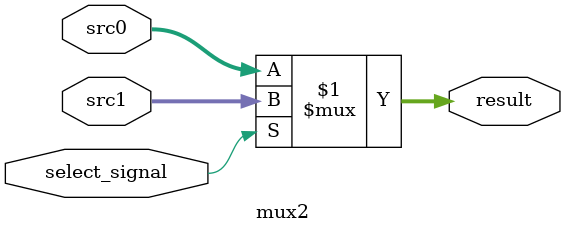
<source format=sv>
`timescale 1ns / 1ps


module mux2 #(
    parameter WIDTH = 32
)(
    input logic [WIDTH - 1 : 0] src0,
    input logic [WIDTH - 1 : 0] src1,
    input logic select_signal,
    output logic [WIDTH - 1 : 0] result
    );

    assign result = select_signal ? src1 : src0;
endmodule

</source>
